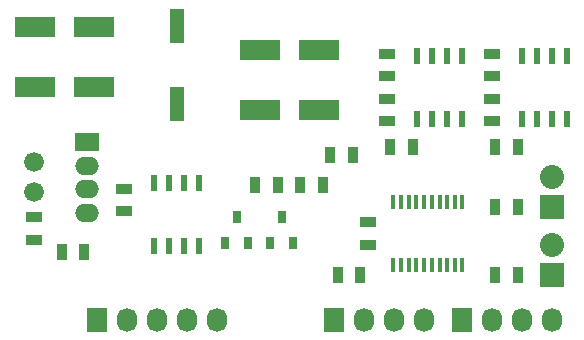
<source format=gts>
%FSLAX34Y34*%
G04 Gerber Fmt 3.4, Leading zero omitted, Abs format*
G04 (created by PCBNEW (2014-jan-25)-product) date lör  3 maj 2014 21:13:59*
%MOIN*%
G01*
G70*
G90*
G04 APERTURE LIST*
%ADD10C,0.003937*%
%ADD11R,0.016000X0.050000*%
%ADD12R,0.031500X0.039400*%
%ADD13R,0.047244X0.118110*%
%ADD14R,0.023600X0.055100*%
%ADD15R,0.080000X0.060000*%
%ADD16O,0.080000X0.060000*%
%ADD17C,0.066000*%
%ADD18R,0.080000X0.080000*%
%ADD19O,0.080000X0.080000*%
%ADD20R,0.068000X0.080000*%
%ADD21O,0.068000X0.080000*%
%ADD22R,0.055000X0.035000*%
%ADD23R,0.035000X0.055000*%
%ADD24R,0.137800X0.070900*%
G04 APERTURE END LIST*
G54D10*
G54D11*
X22975Y-17925D03*
X23225Y-17925D03*
X23485Y-17925D03*
X23745Y-17925D03*
X23995Y-17925D03*
X24255Y-17925D03*
X24515Y-17925D03*
X24765Y-17925D03*
X25025Y-17925D03*
X25275Y-17925D03*
X25275Y-15825D03*
X25025Y-15825D03*
X24765Y-15825D03*
X24515Y-15825D03*
X24255Y-15825D03*
X23995Y-15825D03*
X23745Y-15825D03*
X23485Y-15825D03*
X23225Y-15825D03*
X22975Y-15825D03*
G54D12*
X19250Y-16317D03*
X19625Y-17183D03*
X18875Y-17183D03*
X17750Y-16317D03*
X18125Y-17183D03*
X17375Y-17183D03*
G54D13*
X15750Y-9950D03*
X15750Y-12549D03*
G54D14*
X28750Y-13050D03*
X28750Y-10950D03*
X28250Y-13050D03*
X27750Y-13050D03*
X27250Y-13050D03*
X28250Y-10950D03*
X27750Y-10950D03*
X27250Y-10950D03*
X25250Y-13050D03*
X25250Y-10950D03*
X24750Y-13050D03*
X24250Y-13050D03*
X23750Y-13050D03*
X24750Y-10950D03*
X24250Y-10950D03*
X23750Y-10950D03*
G54D15*
X12750Y-13818D03*
G54D16*
X12750Y-14606D03*
X12750Y-15393D03*
X12750Y-16181D03*
G54D17*
X11000Y-15500D03*
X11000Y-14500D03*
G54D18*
X28250Y-18250D03*
G54D19*
X28250Y-17250D03*
G54D18*
X28250Y-16000D03*
G54D19*
X28250Y-15000D03*
G54D14*
X16500Y-17300D03*
X16500Y-15200D03*
X16000Y-17300D03*
X15500Y-17300D03*
X15000Y-17300D03*
X16000Y-15200D03*
X15500Y-15200D03*
X15000Y-15200D03*
G54D20*
X21000Y-19750D03*
G54D21*
X22000Y-19750D03*
X23000Y-19750D03*
X24000Y-19750D03*
G54D20*
X25250Y-19750D03*
G54D21*
X26250Y-19750D03*
X27250Y-19750D03*
X28250Y-19750D03*
G54D22*
X22125Y-17250D03*
X22125Y-16500D03*
X14000Y-15375D03*
X14000Y-16125D03*
G54D23*
X21875Y-18250D03*
X21125Y-18250D03*
X26375Y-16000D03*
X27125Y-16000D03*
G54D22*
X11000Y-17075D03*
X11000Y-16325D03*
G54D23*
X26375Y-18250D03*
X27125Y-18250D03*
G54D22*
X22750Y-12375D03*
X22750Y-13125D03*
X22750Y-10875D03*
X22750Y-11625D03*
G54D23*
X20875Y-14250D03*
X21625Y-14250D03*
X11925Y-17500D03*
X12675Y-17500D03*
X19875Y-15250D03*
X20625Y-15250D03*
X18375Y-15250D03*
X19125Y-15250D03*
G54D22*
X26250Y-12375D03*
X26250Y-13125D03*
X26250Y-10875D03*
X26250Y-11625D03*
G54D24*
X18516Y-12750D03*
X20484Y-12750D03*
X20484Y-10750D03*
X18516Y-10750D03*
X12984Y-12000D03*
X11016Y-12000D03*
X11016Y-10000D03*
X12984Y-10000D03*
G54D23*
X23625Y-14000D03*
X22875Y-14000D03*
X27125Y-14000D03*
X26375Y-14000D03*
G54D20*
X13100Y-19750D03*
G54D21*
X14100Y-19750D03*
X15100Y-19750D03*
X16100Y-19750D03*
X17100Y-19750D03*
M02*

</source>
